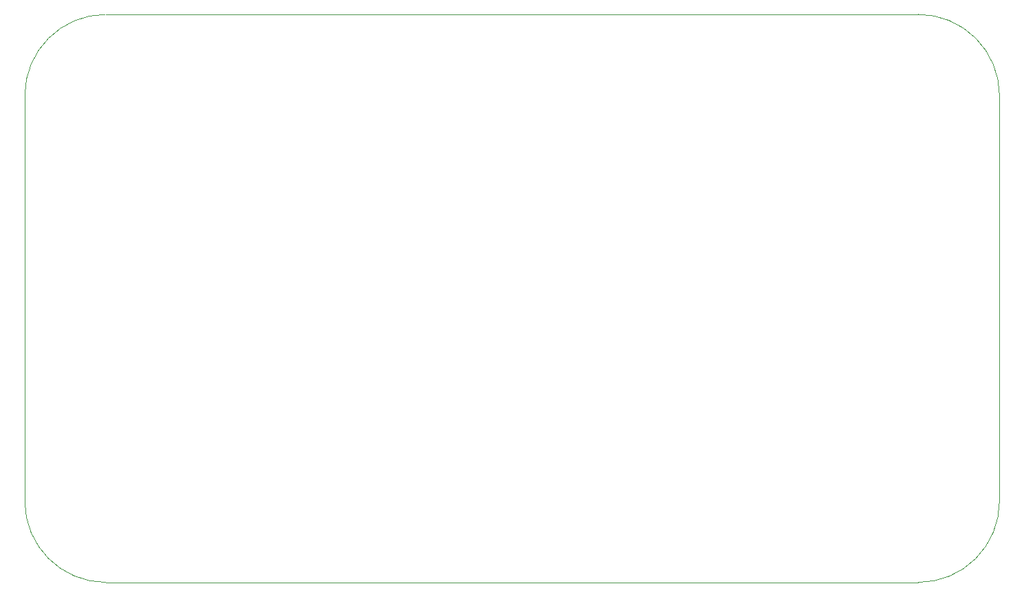
<source format=gbr>
%TF.GenerationSoftware,KiCad,Pcbnew,8.99.0-77eaa75db1*%
%TF.CreationDate,2024-04-05T00:54:02+02:00*%
%TF.ProjectId,template,74656d70-6c61-4746-952e-6b696361645f,0.1.0*%
%TF.SameCoordinates,Original*%
%TF.FileFunction,Profile,NP*%
%FSLAX46Y46*%
G04 Gerber Fmt 4.6, Leading zero omitted, Abs format (unit mm)*
G04 Created by KiCad (PCBNEW 8.99.0-77eaa75db1) date 2024-04-05 00:54:02*
%MOMM*%
%LPD*%
G01*
G04 APERTURE LIST*
%TA.AperFunction,Profile*%
%ADD10C,0.100000*%
%TD*%
G04 APERTURE END LIST*
D10*
X220000000Y-90000000D02*
X220000000Y-40000000D01*
X210000000Y-30000000D02*
G75*
G02*
X220000000Y-40000000I0J-10000000D01*
G01*
X100000000Y-40000000D02*
G75*
G02*
X110000000Y-30000000I10000000J0D01*
G01*
X220000000Y-90000000D02*
G75*
G02*
X210000000Y-100000000I-10000000J0D01*
G01*
X100000000Y-40000000D02*
X100000000Y-90000000D01*
X210000000Y-30000000D02*
X110000000Y-30000000D01*
X110000000Y-100000000D02*
G75*
G02*
X100000000Y-90000000I0J10000000D01*
G01*
X110000000Y-100000000D02*
X210000000Y-100000000D01*
M02*

</source>
